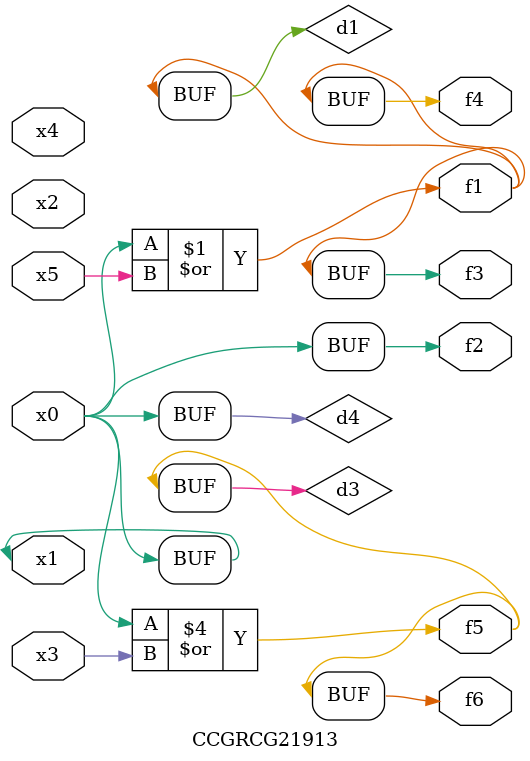
<source format=v>
module CCGRCG21913(
	input x0, x1, x2, x3, x4, x5,
	output f1, f2, f3, f4, f5, f6
);

	wire d1, d2, d3, d4;

	or (d1, x0, x5);
	xnor (d2, x1, x4);
	or (d3, x0, x3);
	buf (d4, x0, x1);
	assign f1 = d1;
	assign f2 = d4;
	assign f3 = d1;
	assign f4 = d1;
	assign f5 = d3;
	assign f6 = d3;
endmodule

</source>
